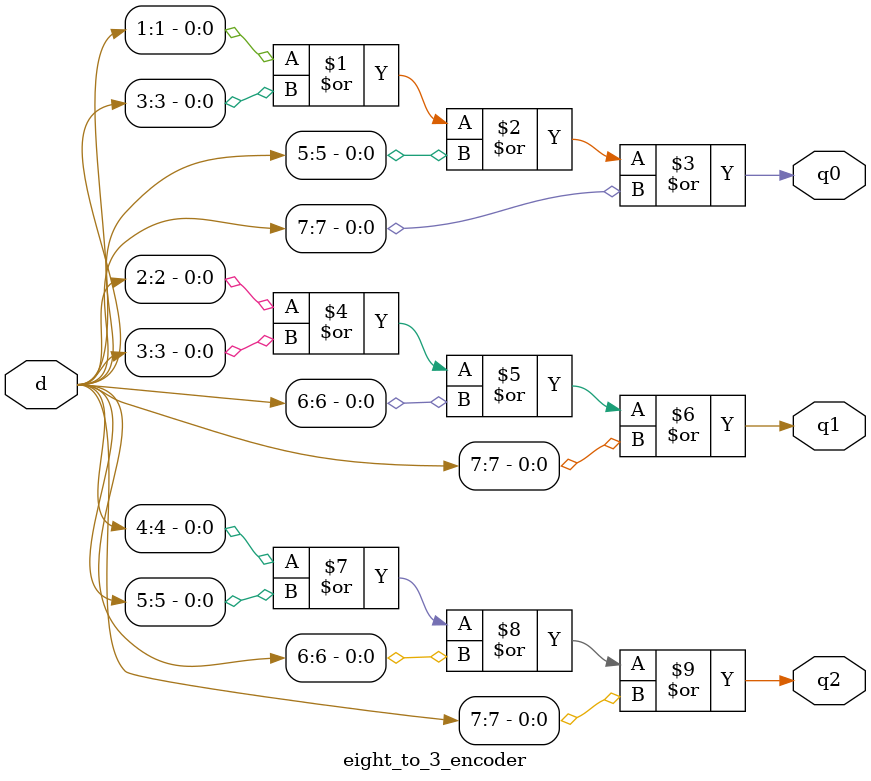
<source format=v>
module eight_to_3_encoder(q0,q1,q2,d);
  input [7:0]d;
  output q0,q1,q2;
  or (q0,d[1],d[3],d[5],d[7]);
  or (q1,d[2],d[3],d[6],d[7]);
  or (q2,d[4],d[5],d[6],d[7]);
endmodule

</source>
